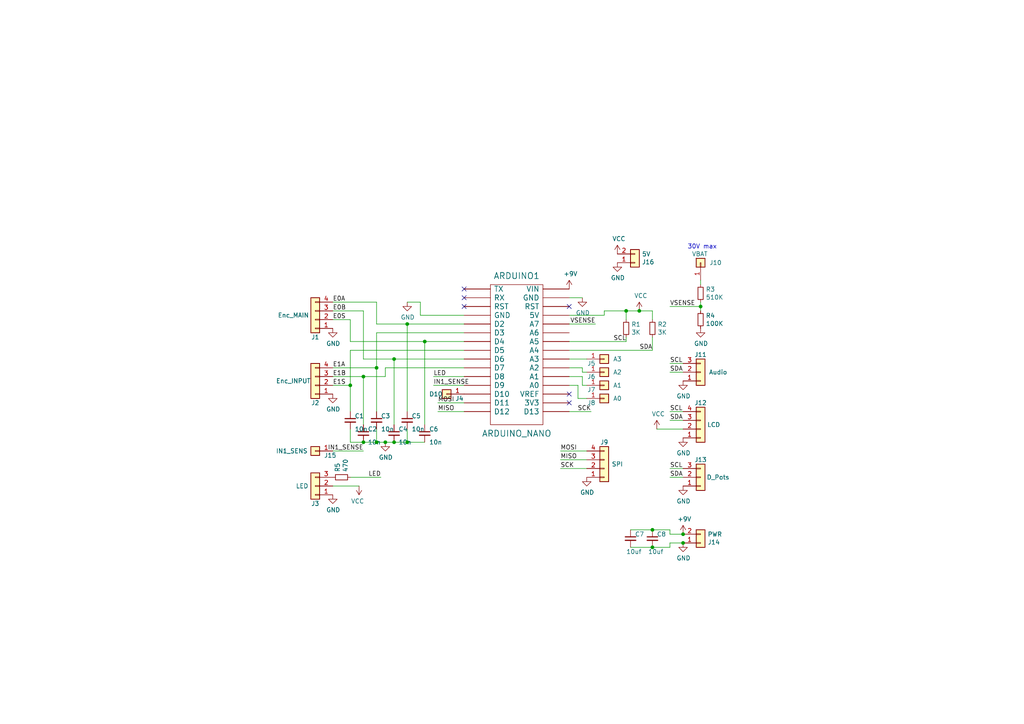
<source format=kicad_sch>
(kicad_sch (version 20230121) (generator eeschema)
  (paper "A4")
  (lib_symbols
    (symbol "Arduino-rescue:ARDUINO_NANO-KiCadCustomLibraries" (pin_numbers hide) (pin_names (offset 1.016))
      (property "Reference" "ARDUINO" (at 0 21.59 0))
      (property "Value" "KiCadCustomLibraries:ARDUINO_NANO" (at 0 0 90))
      (symbol "ARDUINO_NANO-KiCadCustomLibraries_0_1"
        (rectangle (start -7.62 20.32) (end 7.62 -20.32))
        (pin output line (at -15.24 19.05 0) (length 7.62) (name "TX") (number "1"))
        (pin bidirectional line (at -15.24 -3.81 0) (length 7.62) (name "D7") (number "10"))
        (pin bidirectional line (at -15.24 -6.35 0) (length 7.62) (name "D8") (number "11"))
        (pin bidirectional line (at -15.24 -8.89 0) (length 7.62) (name "D9") (number "12"))
        (pin bidirectional line (at -15.24 -11.43 0) (length 7.62) (name "D10") (number "13"))
        (pin bidirectional line (at -15.24 -13.97 0) (length 7.62) (name "D11") (number "14"))
        (pin bidirectional line (at -15.24 -16.51 0) (length 7.62) (name "D12") (number "15"))
        (pin bidirectional line (at 15.24 -16.51 180) (length 7.62) (name "D13") (number "16"))
        (pin power_out line (at 15.24 -13.97 180) (length 7.62) (name "3V3") (number "17"))
        (pin output line (at 15.24 -11.43 180) (length 7.62) (name "VREF") (number "18"))
        (pin input line (at 15.24 -8.89 180) (length 7.62) (name "A0") (number "19"))
        (pin input line (at -15.24 16.51 0) (length 7.62) (name "RX") (number "2"))
        (pin input line (at 15.24 -6.35 180) (length 7.62) (name "A1") (number "20"))
        (pin input line (at 15.24 -3.81 180) (length 7.62) (name "A2") (number "21"))
        (pin input line (at 15.24 -1.27 180) (length 7.62) (name "A3") (number "22"))
        (pin input line (at 15.24 1.27 180) (length 7.62) (name "A4") (number "23"))
        (pin input line (at 15.24 3.81 180) (length 7.62) (name "A5") (number "24"))
        (pin input line (at 15.24 6.35 180) (length 7.62) (name "A6") (number "25"))
        (pin input line (at 15.24 8.89 180) (length 7.62) (name "A7") (number "26"))
        (pin power_out line (at 15.24 11.43 180) (length 7.62) (name "5V") (number "27"))
        (pin input line (at 15.24 13.97 180) (length 7.62) (name "RST") (number "28"))
        (pin power_out line (at 15.24 16.51 180) (length 7.62) (name "GND") (number "29"))
        (pin input line (at -15.24 13.97 0) (length 7.62) (name "RST") (number "3"))
        (pin power_in line (at 15.24 19.05 180) (length 7.62) (name "VIN") (number "30"))
        (pin power_out line (at -15.24 11.43 0) (length 7.62) (name "GND") (number "4"))
        (pin bidirectional line (at -15.24 8.89 0) (length 7.62) (name "D2") (number "5"))
        (pin bidirectional line (at -15.24 6.35 0) (length 7.62) (name "D3") (number "6"))
        (pin bidirectional line (at -15.24 3.81 0) (length 7.62) (name "D4") (number "7"))
        (pin bidirectional line (at -15.24 1.27 0) (length 7.62) (name "D5") (number "8"))
        (pin bidirectional line (at -15.24 -1.27 0) (length 7.62) (name "D6") (number "9"))
      )
    )
    (symbol "Connector_Generic:Conn_01x01" (pin_names (offset 1.016) hide)
      (property "Reference" "J" (at 0 2.54 0))
      (property "Value" "Conn_01x01" (at 0 -2.54 0))
      (symbol "Conn_01x01_1_1"
        (rectangle (start -1.27 0.127) (end 0 -0.127) (stroke (width 0.1524)))
        (rectangle (start -1.27 1.27) (end 1.27 -1.27) (stroke (width 0.254)) (fill (type background)))
        (pin passive line (at -5.08 0 0) (length 3.81) (name "Pin_1") (number "1"))
      )
    )
    (symbol "Connector_Generic:Conn_01x02" (pin_names (offset 1.016) hide)
      (property "Reference" "J" (at 0 2.54 0))
      (property "Value" "Conn_01x02" (at 0 -5.08 0))
      (symbol "Conn_01x02_1_1"
        (rectangle (start -1.27 -2.413) (end 0 -2.667) (stroke (width 0.1524)))
        (rectangle (start -1.27 0.127) (end 0 -0.127) (stroke (width 0.1524)))
        (rectangle (start -1.27 1.27) (end 1.27 -3.81) (stroke (width 0.254)) (fill (type background)))
        (pin passive line (at -5.08 0 0) (length 3.81) (name "Pin_1") (number "1"))
        (pin passive line (at -5.08 -2.54 0) (length 3.81) (name "Pin_2") (number "2"))
      )
    )
    (symbol "Connector_Generic:Conn_01x03" (pin_names (offset 1.016) hide)
      (property "Reference" "J" (at 0 5.08 0))
      (property "Value" "Conn_01x03" (at 0 -5.08 0))
      (symbol "Conn_01x03_1_1"
        (rectangle (start -1.27 -2.413) (end 0 -2.667) (stroke (width 0.1524)))
        (rectangle (start -1.27 0.127) (end 0 -0.127) (stroke (width 0.1524)))
        (rectangle (start -1.27 2.667) (end 0 2.413) (stroke (width 0.1524)))
        (rectangle (start -1.27 3.81) (end 1.27 -3.81) (stroke (width 0.254)) (fill (type background)))
        (pin passive line (at -5.08 2.54 0) (length 3.81) (name "Pin_1") (number "1"))
        (pin passive line (at -5.08 0 0) (length 3.81) (name "Pin_2") (number "2"))
        (pin passive line (at -5.08 -2.54 0) (length 3.81) (name "Pin_3") (number "3"))
      )
    )
    (symbol "Connector_Generic:Conn_01x04" (pin_names (offset 1.016) hide)
      (property "Reference" "J" (at 0 5.08 0))
      (property "Value" "Conn_01x04" (at 0 -7.62 0))
      (symbol "Conn_01x04_1_1"
        (rectangle (start -1.27 -4.953) (end 0 -5.207) (stroke (width 0.1524)))
        (rectangle (start -1.27 -2.413) (end 0 -2.667) (stroke (width 0.1524)))
        (rectangle (start -1.27 0.127) (end 0 -0.127) (stroke (width 0.1524)))
        (rectangle (start -1.27 2.667) (end 0 2.413) (stroke (width 0.1524)))
        (rectangle (start -1.27 3.81) (end 1.27 -6.35) (stroke (width 0.254)) (fill (type background)))
        (pin passive line (at -5.08 2.54 0) (length 3.81) (name "Pin_1") (number "1"))
        (pin passive line (at -5.08 0 0) (length 3.81) (name "Pin_2") (number "2"))
        (pin passive line (at -5.08 -2.54 0) (length 3.81) (name "Pin_3") (number "3"))
        (pin passive line (at -5.08 -5.08 0) (length 3.81) (name "Pin_4") (number "4"))
      )
    )
    (symbol "Device:C_Small" (pin_numbers hide) (pin_names (offset 0.254) hide)
      (property "Reference" "C" (at 0.254 1.778 0))
      (property "Value" "C_Small" (at 0.254 -2.032 0))
      (symbol "C_Small_0_1"
        (polyline (pts (xy -1.524 -0.508) (xy 1.524 -0.508)) (stroke (width 0.3302)))
        (polyline (pts (xy -1.524 0.508) (xy 1.524 0.508)) (stroke (width 0.3048)))
      )
      (symbol "C_Small_1_1"
        (pin passive line (at 0 2.54 270) (length 2.032) (name "~") (number "1"))
        (pin passive line (at 0 -2.54 90) (length 2.032) (name "~") (number "2"))
      )
    )
    (symbol "Device:R_Small" (pin_numbers hide) (pin_names (offset 0.254) hide)
      (property "Reference" "R" (at 0.762 0.508 0))
      (property "Value" "R_Small" (at 0.762 -1.016 0))
      (symbol "R_Small_0_1"
        (rectangle (start -0.762 1.778) (end 0.762 -1.778) (stroke (width 0.2032)))
      )
      (symbol "R_Small_1_1"
        (pin passive line (at 0 2.54 270) (length 0.762) (name "~") (number "1"))
        (pin passive line (at 0 -2.54 90) (length 0.762) (name "~") (number "2"))
      )
    )
    (symbol "power:+9V" (power) (pin_names (offset 0))
      (property "Value" "+9V" (at 0 3.556 0))
      (symbol "+9V_0_1"
        (polyline (pts (xy -0.762 1.27) (xy 0 2.54)))
        (polyline (pts (xy 0 0) (xy 0 2.54)))
        (polyline (pts (xy 0 2.54) (xy 0.762 1.27)))
      )
      (symbol "+9V_1_1"
        (pin power_in line (at 0 0 90) (length 0) hide (name "+9V") (number "1"))
      )
    )
    (symbol "power:GND" (power) (pin_names (offset 0))
      (property "Value" "GND" (at 0 -3.81 0))
      (symbol "GND_0_1"
        (polyline (pts (xy 0 0) (xy 0 -1.27) (xy 1.27 -1.27) (xy 0 -2.54) (xy -1.27 -1.27) (xy 0 -1.27)))
      )
      (symbol "GND_1_1"
        (pin power_in line (at 0 0 270) (length 0) hide (name "GND") (number "1"))
      )
    )
    (symbol "power:VCC" (power) (pin_names (offset 0))
      (property "Value" "VCC" (at 0 3.81 0))
      (symbol "VCC_0_1"
        (polyline (pts (xy -0.762 1.27) (xy 0 2.54)))
        (polyline (pts (xy 0 0) (xy 0 2.54)))
        (polyline (pts (xy 0 2.54) (xy 0.762 1.27)))
      )
      (symbol "VCC_1_1"
        (pin power_in line (at 0 0 90) (length 0) hide (name "VCC") (number "1"))
      )
    )
  )
  (junction (at 123.19 99.06))
  (junction (at 109.22 106.68))
  (junction (at 189.23 153.67))
  (junction (at 105.41 128.27))
  (junction (at 109.22 128.27))
  (junction (at 203.2 88.9))
  (junction (at 114.3 104.14))
  (junction (at 118.11 128.27))
  (junction (at 114.3 128.27))
  (junction (at 105.41 109.22))
  (junction (at 111.76 128.27))
  (junction (at 118.11 93.98))
  (junction (at 198.12 154.94))
  (junction (at 181.61 90.17))
  (junction (at 185.42 90.17))
  (junction (at 189.23 158.75))
  (junction (at 101.6 111.76))
  (junction (at 198.12 157.48))
  (no_connect (at 165.1 116.84))
  (no_connect (at 165.1 88.9))
  (no_connect (at 134.62 86.36))
  (no_connect (at 134.62 83.82))
  (no_connect (at 165.1 114.3))
  (no_connect (at 134.62 88.9))
  (wire (pts (xy 165.1 91.44) (xy 175.26 91.44)))
  (wire (pts (xy 109.22 96.52) (xy 134.62 96.52)))
  (wire (pts (xy 101.6 124.46) (xy 101.6 128.27)))
  (wire (pts (xy 121.92 91.44) (xy 134.62 91.44)))
  (wire (pts (xy 165.1 111.76) (xy 167.64 111.76)))
  (wire (pts (xy 101.6 101.6) (xy 101.6 111.76)))
  (wire (pts (xy 198.12 105.41) (xy 194.31 105.41)))
  (wire (pts (xy 118.11 119.38) (xy 118.11 93.98)))
  (wire (pts (xy 170.18 107.95) (xy 168.91 107.95)))
  (wire (pts (xy 170.18 133.35) (xy 162.56 133.35)))
  (wire (pts (xy 194.31 154.94) (xy 194.31 153.67)))
  (wire (pts (xy 165.1 101.6) (xy 189.23 101.6)))
  (wire (pts (xy 168.91 107.95) (xy 168.91 106.68)))
  (wire (pts (xy 170.18 104.14) (xy 165.1 104.14)))
  (wire (pts (xy 118.11 128.27) (xy 114.3 128.27)))
  (wire (pts (xy 134.62 101.6) (xy 101.6 101.6)))
  (wire (pts (xy 175.26 91.44) (xy 175.26 90.17)))
  (wire (pts (xy 101.6 99.06) (xy 101.6 92.71)))
  (wire (pts (xy 134.62 93.98) (xy 118.11 93.98)))
  (wire (pts (xy 194.31 157.48) (xy 198.12 157.48)))
  (wire (pts (xy 175.26 90.17) (xy 181.61 90.17)))
  (wire (pts (xy 181.61 92.71) (xy 181.61 90.17)))
  (wire (pts (xy 134.62 109.22) (xy 125.73 109.22)))
  (wire (pts (xy 168.91 106.68) (xy 165.1 106.68)))
  (wire (pts (xy 111.76 109.22) (xy 111.76 106.68)))
  (wire (pts (xy 109.22 128.27) (xy 111.76 128.27)))
  (wire (pts (xy 170.18 130.81) (xy 162.56 130.81)))
  (wire (pts (xy 168.91 111.76) (xy 168.91 109.22)))
  (wire (pts (xy 118.11 124.46) (xy 118.11 128.27)))
  (wire (pts (xy 165.1 86.36) (xy 168.91 86.36)))
  (wire (pts (xy 170.18 111.76) (xy 168.91 111.76)))
  (wire (pts (xy 96.52 109.22) (xy 105.41 109.22)))
  (wire (pts (xy 165.1 119.38) (xy 171.45 119.38)))
  (wire (pts (xy 101.6 128.27) (xy 105.41 128.27)))
  (wire (pts (xy 134.62 111.76) (xy 125.73 111.76)))
  (wire (pts (xy 111.76 128.27) (xy 114.3 128.27)))
  (wire (pts (xy 105.41 109.22) (xy 111.76 109.22)))
  (wire (pts (xy 114.3 104.14) (xy 105.41 104.14)))
  (wire (pts (xy 167.64 111.76) (xy 167.64 115.57)))
  (wire (pts (xy 189.23 101.6) (xy 189.23 97.79)))
  (wire (pts (xy 123.19 123.19) (xy 123.19 99.06)))
  (wire (pts (xy 134.62 119.38) (xy 127 119.38)))
  (wire (pts (xy 203.2 88.9) (xy 194.31 88.9)))
  (wire (pts (xy 134.62 99.06) (xy 123.19 99.06)))
  (wire (pts (xy 114.3 123.19) (xy 114.3 104.14)))
  (wire (pts (xy 121.92 87.63) (xy 121.92 91.44)))
  (wire (pts (xy 96.52 130.81) (xy 105.41 130.81)))
  (wire (pts (xy 168.91 109.22) (xy 165.1 109.22)))
  (wire (pts (xy 109.22 119.38) (xy 109.22 106.68)))
  (wire (pts (xy 109.22 106.68) (xy 109.22 96.52)))
  (wire (pts (xy 194.31 153.67) (xy 189.23 153.67)))
  (wire (pts (xy 203.2 87.63) (xy 203.2 88.9)))
  (wire (pts (xy 109.22 124.46) (xy 109.22 128.27)))
  (wire (pts (xy 198.12 119.38) (xy 194.31 119.38)))
  (wire (pts (xy 203.2 88.9) (xy 203.2 90.17)))
  (wire (pts (xy 123.19 99.06) (xy 101.6 99.06)))
  (wire (pts (xy 105.41 90.17) (xy 96.52 90.17)))
  (wire (pts (xy 96.52 106.68) (xy 109.22 106.68)))
  (wire (pts (xy 101.6 111.76) (xy 96.52 111.76)))
  (wire (pts (xy 189.23 153.67) (xy 182.88 153.67)))
  (wire (pts (xy 185.42 90.17) (xy 189.23 90.17)))
  (wire (pts (xy 181.61 97.79) (xy 181.61 99.06)))
  (wire (pts (xy 101.6 92.71) (xy 96.52 92.71)))
  (wire (pts (xy 101.6 111.76) (xy 101.6 119.38)))
  (wire (pts (xy 203.2 81.28) (xy 203.2 82.55)))
  (wire (pts (xy 198.12 138.43) (xy 194.31 138.43)))
  (wire (pts (xy 104.14 140.97) (xy 96.52 140.97)))
  (wire (pts (xy 105.41 128.27) (xy 109.22 128.27)))
  (wire (pts (xy 198.12 124.46) (xy 190.5 124.46)))
  (wire (pts (xy 118.11 128.27) (xy 123.19 128.27)))
  (wire (pts (xy 105.41 104.14) (xy 105.41 90.17)))
  (wire (pts (xy 105.41 123.19) (xy 105.41 109.22)))
  (wire (pts (xy 111.76 106.68) (xy 134.62 106.68)))
  (wire (pts (xy 189.23 158.75) (xy 194.31 158.75)))
  (wire (pts (xy 198.12 121.92) (xy 194.31 121.92)))
  (wire (pts (xy 109.22 87.63) (xy 96.52 87.63)))
  (wire (pts (xy 118.11 93.98) (xy 109.22 93.98)))
  (wire (pts (xy 165.1 93.98) (xy 172.72 93.98)))
  (wire (pts (xy 198.12 135.89) (xy 194.31 135.89)))
  (wire (pts (xy 189.23 90.17) (xy 189.23 92.71)))
  (wire (pts (xy 198.12 154.94) (xy 194.31 154.94)))
  (wire (pts (xy 118.11 87.63) (xy 121.92 87.63)))
  (wire (pts (xy 181.61 99.06) (xy 165.1 99.06)))
  (wire (pts (xy 198.12 107.95) (xy 194.31 107.95)))
  (wire (pts (xy 181.61 90.17) (xy 185.42 90.17)))
  (wire (pts (xy 167.64 115.57) (xy 170.18 115.57)))
  (wire (pts (xy 170.18 135.89) (xy 162.56 135.89)))
  (wire (pts (xy 134.62 104.14) (xy 114.3 104.14)))
  (wire (pts (xy 134.62 116.84) (xy 127 116.84)))
  (wire (pts (xy 101.6 138.43) (xy 110.49 138.43)))
  (wire (pts (xy 109.22 93.98) (xy 109.22 87.63)))
  (wire (pts (xy 182.88 158.75) (xy 189.23 158.75)))
  (wire (pts (xy 194.31 158.75) (xy 194.31 157.48)))
  (text "30V max" (at 199.39 72.39 0) (effects (font (size 1.27 1.27)) (justify left bottom)))
  (label "E1A" (at 96.52 106.68 0))
  (label "SCL" (at 181.61 99.06 180))
  (label "E0S" (at 96.52 92.71 0))
  (label "MOSI" (at 162.56 130.81 0))
  (label "SCK" (at 171.45 119.38 180))
  (label "E0B" (at 96.52 90.17 0))
  (label "SCL" (at 194.31 105.41 0))
  (label "IN1_SENSE" (at 125.73 111.76 0))
  (label "SDA" (at 194.31 121.92 0))
  (label "SDA" (at 194.31 138.43 0))
  (label "VSENSE" (at 172.72 93.98 180))
  (label "E1B" (at 96.52 109.22 0))
  (label "E0A" (at 96.52 87.63 0))
  (label "LED" (at 110.49 138.43 180))
  (label "SCL" (at 194.31 119.38 0))
  (label "MISO" (at 127 119.38 0))
  (label "E1S" (at 96.52 111.76 0))
  (label "MISO" (at 162.56 133.35 0))
  (label "VSENSE" (at 194.31 88.9 0))
  (label "IN1_SENSE" (at 105.41 130.81 180))
  (label "SCK" (at 162.56 135.89 0))
  (label "SDA" (at 194.31 107.95 0))
  (label "SDA" (at 189.23 101.6 180))
  (label "LED" (at 125.73 109.22 0))
  (label "SCL" (at 194.31 135.89 0))
  (label "MOSI" (at 127 116.84 0))
  (symbol (lib_id "Arduino-rescue:ARDUINO_NANO-KiCadCustomLibraries") (at 149.86 102.87 0) (unit 1)
    (property "Reference" "ARDUINO1" (at 149.86 80.01 0) (effects (font (size 1.778 1.778))))
    (property "Value" "ARDUINO_NANO" (at 149.86 125.73 0) (effects (font (size 1.778 1.778))))
    (property "Footprint" "KiCadCustomLibs:arduino_nano" (effects hide))
  )
  (symbol (lib_id "Device:C_Small") (at 105.41 125.73 0) (unit 1)
    (property "Reference" "C2" (at 106.68 124.46 0) (effects (justify left)))
    (property "Value" "10n" (at 106.68 128.27 0) (effects (justify left)))
    (property "Footprint" "Capacitors_SMD:C_0603" (effects hide))
  )
  (symbol (lib_id "Device:C_Small") (at 109.22 121.92 0) (unit 1)
    (property "Reference" "C3" (at 110.49 120.65 0) (effects (justify left)))
    (property "Value" "10n" (at 110.49 124.46 0) (effects (justify left)))
    (property "Footprint" "Capacitors_SMD:C_0603" (effects hide))
  )
  (symbol (lib_id "Device:C_Small") (at 114.3 125.73 0) (unit 1)
    (property "Reference" "C4" (at 115.57 124.46 0) (effects (justify left)))
    (property "Value" "10n" (at 115.57 128.27 0) (effects (justify left)))
    (property "Footprint" "Capacitors_SMD:C_0603" (effects hide))
  )
  (symbol (lib_id "Device:C_Small") (at 118.11 121.92 0) (unit 1)
    (property "Reference" "C5" (at 119.38 120.65 0) (effects (justify left)))
    (property "Value" "10n" (at 119.38 124.46 0) (effects (justify left)))
    (property "Footprint" "Capacitors_SMD:C_0603" (effects hide))
  )
  (symbol (lib_id "power:GND") (at 111.76 128.27 0) (unit 1)
    (property "Reference" "#PWR0101" (effects hide))
    (property "Value" "GND" (at 111.887 132.6642 0))
  )
  (symbol (lib_id "Device:C_Small") (at 123.19 125.73 0) (unit 1)
    (property "Reference" "C6" (at 124.46 124.46 0) (effects (justify left)))
    (property "Value" "10n" (at 124.46 128.27 0) (effects (justify left)))
    (property "Footprint" "Capacitors_SMD:C_0603" (effects hide))
  )
  (symbol (lib_id "Device:C_Small") (at 101.6 121.92 0) (unit 1)
    (property "Reference" "C1" (at 102.87 120.65 0) (effects (justify left)))
    (property "Value" "10n" (at 102.87 124.46 0) (effects (justify left)))
    (property "Footprint" "Capacitors_SMD:C_0603" (effects hide))
  )
  (symbol (lib_id "power:GND") (at 118.11 87.63 0) (unit 1)
    (property "Reference" "#PWR0102" (effects hide))
    (property "Value" "GND" (at 118.237 92.0242 0))
  )
  (symbol (lib_id "Device:R_Small") (at 181.61 95.25 0) (unit 1)
    (property "Reference" "R1" (at 183.1086 94.0816 0) (effects (justify left)))
    (property "Value" "3K" (at 183.1086 96.393 0) (effects (justify left)))
    (property "Footprint" "Resistors_SMD:R_0603" (effects hide))
  )
  (symbol (lib_id "Device:R_Small") (at 189.23 95.25 0) (unit 1)
    (property "Reference" "R2" (at 190.7286 94.0816 0) (effects (justify left)))
    (property "Value" "3K" (at 190.7286 96.393 0) (effects (justify left)))
    (property "Footprint" "Resistors_SMD:R_0603" (effects hide))
  )
  (symbol (lib_id "power:VCC") (at 185.42 90.17 0) (unit 1)
    (property "Reference" "#PWR0103" (effects hide))
    (property "Value" "VCC" (at 185.8518 85.7758 0))
  )
  (symbol (lib_id "Connector_Generic:Conn_01x04") (at 91.44 92.71 180) (unit 1)
    (property "Reference" "J1" (at 91.44 97.79 0))
    (property "Value" "Enc_MAIN" (at 85.09 91.44 0))
    (property "Footprint" "KiCadCustomLibs:Conn_1x04_2.54mm" (effects hide))
  )
  (symbol (lib_id "power:GND") (at 96.52 95.25 0) (unit 1)
    (property "Reference" "#PWR0104" (effects hide))
    (property "Value" "GND" (at 96.647 99.6442 0))
  )
  (symbol (lib_id "Connector_Generic:Conn_01x04") (at 91.44 111.76 180) (unit 1)
    (property "Reference" "J2" (at 91.44 116.84 0))
    (property "Value" "Enc_INPUT" (at 85.09 110.49 0))
    (property "Footprint" "KiCadCustomLibs:Conn_1x04_2.54mm" (effects hide))
  )
  (symbol (lib_id "power:GND") (at 96.52 114.3 0) (unit 1)
    (property "Reference" "#PWR0105" (effects hide))
    (property "Value" "GND" (at 96.647 118.6942 0))
  )
  (symbol (lib_id "power:GND") (at 168.91 86.36 0) (unit 1)
    (property "Reference" "#PWR0106" (effects hide))
    (property "Value" "GND" (at 169.037 90.7542 0))
  )
  (symbol (lib_id "Connector_Generic:Conn_01x03") (at 91.44 140.97 180) (unit 1)
    (property "Reference" "J3" (at 91.44 146.05 0))
    (property "Value" "LED" (at 87.63 140.97 0))
    (property "Footprint" "KiCadCustomLibs:Conn_1x03_2.54mm" (effects hide))
  )
  (symbol (lib_id "power:GND") (at 96.52 143.51 0) (unit 1)
    (property "Reference" "#PWR0107" (effects hide))
    (property "Value" "GND" (at 96.647 147.9042 0))
  )
  (symbol (lib_id "power:VCC") (at 104.14 140.97 180) (unit 1)
    (property "Reference" "#PWR0108" (effects hide))
    (property "Value" "VCC" (at 103.7082 145.3642 0))
  )
  (symbol (lib_id "Device:R_Small") (at 203.2 85.09 0) (unit 1)
    (property "Reference" "R3" (at 204.6986 83.9216 0) (effects (justify left)))
    (property "Value" "510K" (at 204.6986 86.233 0) (effects (justify left)))
    (property "Footprint" "Resistors_SMD:R_0603" (effects hide))
  )
  (symbol (lib_id "Device:R_Small") (at 203.2 92.71 0) (unit 1)
    (property "Reference" "R4" (at 204.6986 91.5416 0) (effects (justify left)))
    (property "Value" "100K" (at 204.6986 93.853 0) (effects (justify left)))
    (property "Footprint" "Resistors_SMD:R_0603" (effects hide))
  )
  (symbol (lib_id "power:GND") (at 203.2 95.25 0) (unit 1)
    (property "Reference" "#PWR0109" (effects hide))
    (property "Value" "GND" (at 203.327 99.6442 0))
  )
  (symbol (lib_id "Connector_Generic:Conn_01x01") (at 203.2 76.2 90) (unit 1)
    (property "Reference" "J10" (at 205.74 76.2 90) (effects (justify right)))
    (property "Value" "VBAT" (at 200.66 73.66 90) (effects (justify right)))
    (property "Footprint" "KiCadCustomLibs:Conn_1x01_2.54mm" (effects hide))
  )
  (symbol (lib_id "Connector_Generic:Conn_01x02") (at 203.2 157.48 0) (mirror x) (unit 1)
    (property "Reference" "J14" (at 205.232 157.2768 0) (effects (justify left)))
    (property "Value" "PWR" (at 205.232 154.9654 0) (effects (justify left)))
    (property "Footprint" "KiCadCustomLibs:Conn_1x02_2.54mm" (effects hide))
  )
  (symbol (lib_id "power:GND") (at 198.12 157.48 0) (unit 1)
    (property "Reference" "#PWR0110" (effects hide))
    (property "Value" "GND" (at 198.247 161.8742 0))
  )
  (symbol (lib_id "power:+9V") (at 198.12 154.94 0) (unit 1)
    (property "Reference" "#PWR0111" (effects hide))
    (property "Value" "+9V" (at 198.501 150.5458 0))
  )
  (symbol (lib_id "power:+9V") (at 165.1 83.82 0) (unit 1)
    (property "Reference" "#PWR0112" (effects hide))
    (property "Value" "+9V" (at 165.481 79.4258 0))
  )
  (symbol (lib_id "Connector_Generic:Conn_01x03") (at 203.2 107.95 0) (mirror x) (unit 1)
    (property "Reference" "J11" (at 203.2 102.87 0))
    (property "Value" "Audio" (at 208.28 107.95 0))
    (property "Footprint" "KiCadCustomLibs:Conn_1x03_2.54mm" (effects hide))
  )
  (symbol (lib_id "power:GND") (at 198.12 110.49 0) (unit 1)
    (property "Reference" "#PWR0113" (effects hide))
    (property "Value" "GND" (at 198.247 114.8842 0))
  )
  (symbol (lib_id "Connector_Generic:Conn_01x04") (at 203.2 124.46 0) (mirror x) (unit 1)
    (property "Reference" "J12" (at 203.2 116.84 0))
    (property "Value" "LCD" (at 207.01 123.19 0))
    (property "Footprint" "KiCadCustomLibs:Conn_1x04_2.54mm" (effects hide))
  )
  (symbol (lib_id "power:GND") (at 198.12 127 0) (unit 1)
    (property "Reference" "#PWR0114" (effects hide))
    (property "Value" "GND" (at 198.247 131.3942 0))
  )
  (symbol (lib_id "power:VCC") (at 190.5 124.46 0) (unit 1)
    (property "Reference" "#PWR0115" (effects hide))
    (property "Value" "VCC" (at 190.9318 120.0658 0))
  )
  (symbol (lib_id "power:GND") (at 198.12 140.97 0) (unit 1)
    (property "Reference" "#PWR0116" (effects hide))
    (property "Value" "GND" (at 198.247 145.3642 0))
  )
  (symbol (lib_id "Device:C_Small") (at 189.23 156.21 0) (unit 1)
    (property "Reference" "C8" (at 190.5 154.94 0) (effects (justify left)))
    (property "Value" "10uf" (at 187.96 160.02 0) (effects (justify left)))
    (property "Footprint" "Capacitors_SMD:C_0603" (effects hide))
  )
  (symbol (lib_id "Device:C_Small") (at 182.88 156.21 0) (unit 1)
    (property "Reference" "C7" (at 184.15 154.94 0) (effects (justify left)))
    (property "Value" "10uf" (at 181.61 160.02 0) (effects (justify left)))
    (property "Footprint" "Capacitors_SMD:C_0603" (effects hide))
  )
  (symbol (lib_id "Connector_Generic:Conn_01x01") (at 175.26 104.14 0) (unit 1)
    (property "Reference" "J5" (at 172.72 105.41 0) (effects (justify right)))
    (property "Value" "A3" (at 180.34 104.14 0) (effects (justify right)))
    (property "Footprint" "KiCadCustomLibs:Conn_1x01_2.54mm" (effects hide))
  )
  (symbol (lib_id "Connector_Generic:Conn_01x01") (at 175.26 107.95 0) (unit 1)
    (property "Reference" "J6" (at 172.72 109.22 0) (effects (justify right)))
    (property "Value" "A2" (at 180.34 107.95 0) (effects (justify right)))
    (property "Footprint" "KiCadCustomLibs:Conn_1x01_2.54mm" (effects hide))
  )
  (symbol (lib_id "Connector_Generic:Conn_01x01") (at 175.26 111.76 0) (unit 1)
    (property "Reference" "J7" (at 172.72 113.03 0) (effects (justify right)))
    (property "Value" "A1" (at 180.34 111.76 0) (effects (justify right)))
    (property "Footprint" "KiCadCustomLibs:Conn_1x01_2.54mm" (effects hide))
  )
  (symbol (lib_id "Connector_Generic:Conn_01x01") (at 175.26 115.57 0) (unit 1)
    (property "Reference" "J8" (at 172.72 116.84 0) (effects (justify right)))
    (property "Value" "A0" (at 180.34 115.57 0) (effects (justify right)))
    (property "Footprint" "KiCadCustomLibs:Conn_1x01_2.54mm" (effects hide))
  )
  (symbol (lib_id "Connector_Generic:Conn_01x01") (at 129.54 114.3 180) (unit 1)
    (property "Reference" "J4" (at 132.08 115.57 0) (effects (justify right)))
    (property "Value" "D10" (at 124.46 114.3 0) (effects (justify right)))
    (property "Footprint" "KiCadCustomLibs:Conn_1x01_2.54mm" (effects hide))
  )
  (symbol (lib_id "Connector_Generic:Conn_01x04") (at 175.26 135.89 0) (mirror x) (unit 1)
    (property "Reference" "J9" (at 175.26 128.27 0))
    (property "Value" "SPI" (at 179.07 134.62 0))
    (property "Footprint" "KiCadCustomLibs:Conn_1x04_2.54mm" (effects hide))
  )
  (symbol (lib_id "power:GND") (at 170.18 138.43 0) (unit 1)
    (property "Reference" "#PWR0118" (effects hide))
    (property "Value" "GND" (at 170.307 142.8242 0))
  )
  (symbol (lib_id "Connector_Generic:Conn_01x03") (at 203.2 138.43 0) (mirror x) (unit 1)
    (property "Reference" "J13" (at 203.2 133.35 0))
    (property "Value" "D_Pots" (at 208.28 138.43 0))
    (property "Footprint" "KiCadCustomLibs:Conn_1x03_2.54mm" (effects hide))
  )
  (symbol (lib_id "Connector_Generic:Conn_01x01") (at 91.44 130.81 180) (unit 1)
    (property "Reference" "J15" (at 93.98 132.08 0) (effects (justify right)))
    (property "Value" "IN1_SENS" (at 80.01 130.81 0) (effects (justify right)))
    (property "Footprint" "KiCadCustomLibs:Conn_1x01_2.54mm" (effects hide))
  )
  (symbol (lib_id "Device:R_Small") (at 99.06 138.43 90) (unit 1)
    (property "Reference" "R5" (at 97.8916 136.9314 0) (effects (justify left)))
    (property "Value" "470" (at 100.203 136.9314 0) (effects (justify left)))
    (property "Footprint" "Resistors_SMD:R_0603" (effects hide))
  )
  (symbol (lib_id "Connector_Generic:Conn_01x02") (at 184.15 76.2 0) (mirror x) (unit 1)
    (property "Reference" "J16" (at 186.182 75.9968 0) (effects (justify left)))
    (property "Value" "5V" (at 186.182 73.6854 0) (effects (justify left)))
    (property "Footprint" "KiCadCustomLibs:Conn_1x02_2.54mm" (effects hide))
  )
  (symbol (lib_id "power:VCC") (at 179.07 73.66 0) (unit 1)
    (property "Reference" "#PWR0117" (effects hide))
    (property "Value" "VCC" (at 179.5018 69.2658 0))
  )
  (symbol (lib_id "power:GND") (at 179.07 76.2 0) (unit 1)
    (property "Reference" "#PWR0119" (effects hide))
    (property "Value" "GND" (at 179.197 80.5942 0))
  )
)
</source>
